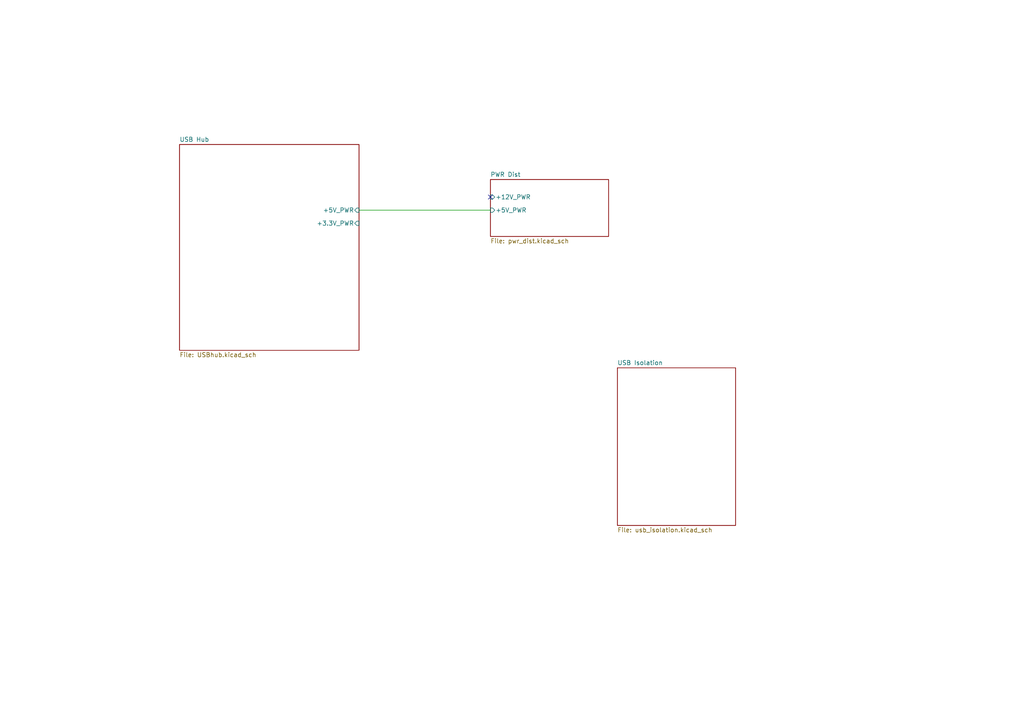
<source format=kicad_sch>
(kicad_sch
	(version 20231120)
	(generator "eeschema")
	(generator_version "8.0")
	(uuid "575e54eb-222d-4a3d-8ddb-f77803539ae9")
	(paper "A4")
	(lib_symbols)
	(no_connect
		(at 142.24 57.15)
		(uuid "66e5246e-3ae6-4f92-8155-680fdcf54749")
	)
	(wire
		(pts
			(xy 104.14 60.96) (xy 142.24 60.96)
		)
		(stroke
			(width 0)
			(type default)
		)
		(uuid "b16b6e8e-79c7-4dd4-8506-1ca35f832aa2")
	)
	(sheet
		(at 142.24 52.07)
		(size 34.29 16.51)
		(fields_autoplaced yes)
		(stroke
			(width 0.1524)
			(type solid)
		)
		(fill
			(color 0 0 0 0.0000)
		)
		(uuid "0d91df4c-565e-4c25-a0df-cc77e6d4b3a9")
		(property "Sheetname" "PWR Dist"
			(at 142.24 51.3584 0)
			(effects
				(font
					(size 1.27 1.27)
				)
				(justify left bottom)
			)
		)
		(property "Sheetfile" "pwr_dist.kicad_sch"
			(at 142.24 69.1646 0)
			(effects
				(font
					(size 1.27 1.27)
				)
				(justify left top)
			)
		)
		(pin "+5V_PWR" input
			(at 142.24 60.96 180)
			(effects
				(font
					(size 1.27 1.27)
				)
				(justify left)
			)
			(uuid "05037d9a-7276-4cf0-98d6-7d5ee0f2f301")
		)
		(pin "+12V_PWR" input
			(at 142.24 57.15 180)
			(effects
				(font
					(size 1.27 1.27)
				)
				(justify left)
			)
			(uuid "0815a446-e1cb-4ac4-b291-5c377b7185c0")
		)
		(instances
			(project "USBBoard"
				(path "/575e54eb-222d-4a3d-8ddb-f77803539ae9"
					(page "4")
				)
			)
		)
	)
	(sheet
		(at 179.07 106.68)
		(size 34.29 45.72)
		(fields_autoplaced yes)
		(stroke
			(width 0.1524)
			(type solid)
		)
		(fill
			(color 0 0 0 0.0000)
		)
		(uuid "1d40ff0f-a0af-4e6d-81f7-0d03e77f1d61")
		(property "Sheetname" "USB Isolation"
			(at 179.07 105.9684 0)
			(effects
				(font
					(size 1.27 1.27)
				)
				(justify left bottom)
			)
		)
		(property "Sheetfile" "usb_isolation.kicad_sch"
			(at 179.07 152.9846 0)
			(effects
				(font
					(size 1.27 1.27)
				)
				(justify left top)
			)
		)
		(instances
			(project "USBBoard"
				(path "/575e54eb-222d-4a3d-8ddb-f77803539ae9"
					(page "5")
				)
			)
		)
	)
	(sheet
		(at 52.07 41.91)
		(size 52.07 59.69)
		(fields_autoplaced yes)
		(stroke
			(width 0.1524)
			(type solid)
		)
		(fill
			(color 0 0 0 0.0000)
		)
		(uuid "d694db84-4491-4cf8-b482-7bc091ae2e39")
		(property "Sheetname" "USB Hub"
			(at 52.07 41.1984 0)
			(effects
				(font
					(size 1.27 1.27)
				)
				(justify left bottom)
			)
		)
		(property "Sheetfile" "USBhub.kicad_sch"
			(at 52.07 102.1846 0)
			(effects
				(font
					(size 1.27 1.27)
				)
				(justify left top)
			)
		)
		(pin "+5V_PWR" input
			(at 104.14 60.96 0)
			(effects
				(font
					(size 1.27 1.27)
				)
				(justify right)
			)
			(uuid "dd31c419-a180-494d-9d7f-e8d773d75504")
		)
		(pin "+3.3V_PWR" input
			(at 104.14 64.77 0)
			(effects
				(font
					(size 1.27 1.27)
				)
				(justify right)
			)
			(uuid "a08f90df-192e-4da4-b408-5b7722dcb360")
		)
		(instances
			(project "USBBoard"
				(path "/575e54eb-222d-4a3d-8ddb-f77803539ae9"
					(page "2")
				)
			)
		)
	)
	(sheet_instances
		(path "/"
			(page "1")
		)
	)
)

</source>
